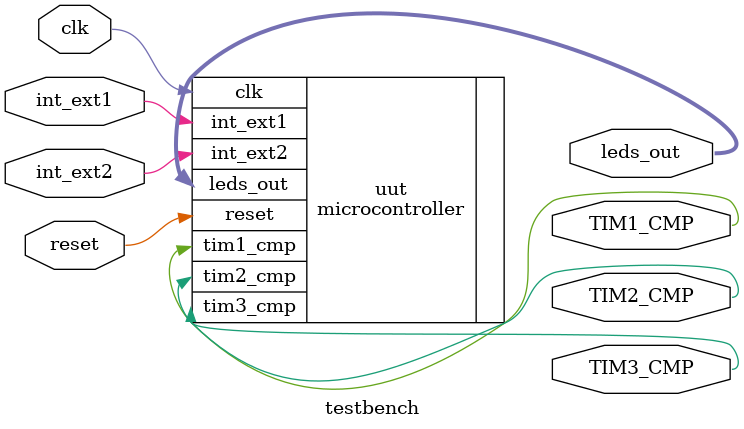
<source format=v>
`timescale 1ns / 1ns

module testbench(
    input clk,
    input reset,
    output [7:0] leds_out,
    input int_ext1,
    input int_ext2,
    output TIM1_CMP,
	output TIM2_CMP,
	output TIM3_CMP
);

microcontroller uut(
    .clk(clk),
    .reset(reset),
    .leds_out(leds_out),
    .int_ext1(int_ext1),
    .int_ext2(int_ext2),
    .tim1_cmp(TIM1_CMP),
	.tim2_cmp(TIM2_CMP),
	.tim3_cmp(TIM3_CMP)
);


endmodule

</source>
